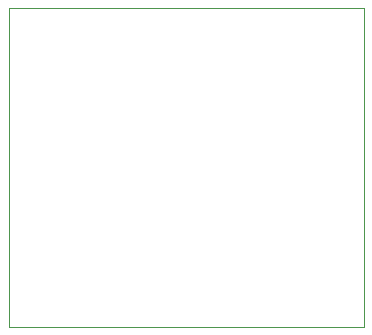
<source format=gbr>
%TF.GenerationSoftware,KiCad,Pcbnew,8.0.3*%
%TF.CreationDate,2025-04-22T23:10:12+03:00*%
%TF.ProjectId,mihai555,6d696861-6935-4353-952e-6b696361645f,rev?*%
%TF.SameCoordinates,Original*%
%TF.FileFunction,Profile,NP*%
%FSLAX46Y46*%
G04 Gerber Fmt 4.6, Leading zero omitted, Abs format (unit mm)*
G04 Created by KiCad (PCBNEW 8.0.3) date 2025-04-22 23:10:12*
%MOMM*%
%LPD*%
G01*
G04 APERTURE LIST*
%TA.AperFunction,Profile*%
%ADD10C,0.050000*%
%TD*%
G04 APERTURE END LIST*
D10*
X45000000Y-72000000D02*
X75000000Y-72000000D01*
X75000000Y-99000000D01*
X45000000Y-99000000D01*
X45000000Y-72000000D01*
M02*

</source>
